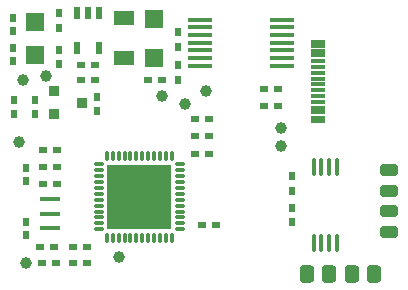
<source format=gbp>
G04*
G04 #@! TF.GenerationSoftware,Altium Limited,Altium Designer,21.2.0 (30)*
G04*
G04 Layer_Color=128*
%FSLAX24Y24*%
%MOIN*%
G70*
G04*
G04 #@! TF.SameCoordinates,7FD8D1C1-8453-446E-9C5A-4270D5F62F01*
G04*
G04*
G04 #@! TF.FilePolarity,Positive*
G04*
G01*
G75*
%ADD16R,0.0260X0.0200*%
%ADD40C,0.0394*%
%ADD50R,0.0200X0.0260*%
%ADD51O,0.0157X0.0591*%
%ADD52R,0.0250X0.0200*%
G04:AMPARAMS|DCode=53|XSize=39.4mil|YSize=60mil|CornerRadius=9.8mil|HoleSize=0mil|Usage=FLASHONLY|Rotation=90.000|XOffset=0mil|YOffset=0mil|HoleType=Round|Shape=RoundedRectangle|*
%AMROUNDEDRECTD53*
21,1,0.0394,0.0403,0,0,90.0*
21,1,0.0197,0.0600,0,0,90.0*
1,1,0.0197,0.0202,0.0098*
1,1,0.0197,0.0202,-0.0098*
1,1,0.0197,-0.0202,-0.0098*
1,1,0.0197,-0.0202,0.0098*
%
%ADD53ROUNDEDRECTD53*%
G04:AMPARAMS|DCode=54|XSize=47.2mil|YSize=59.1mil|CornerRadius=11.8mil|HoleSize=0mil|Usage=FLASHONLY|Rotation=0.000|XOffset=0mil|YOffset=0mil|HoleType=Round|Shape=RoundedRectangle|*
%AMROUNDEDRECTD54*
21,1,0.0472,0.0354,0,0,0.0*
21,1,0.0236,0.0591,0,0,0.0*
1,1,0.0236,0.0118,-0.0177*
1,1,0.0236,-0.0118,-0.0177*
1,1,0.0236,-0.0118,0.0177*
1,1,0.0236,0.0118,0.0177*
%
%ADD54ROUNDEDRECTD54*%
%ADD55R,0.0200X0.0250*%
%ADD56R,0.0650X0.0500*%
%ADD57O,0.0820X0.0143*%
%ADD58R,0.0709X0.0157*%
%ADD59R,0.0600X0.0600*%
%ADD60R,0.0374X0.0354*%
%ADD61R,0.0374X0.0354*%
%ADD62R,0.0618X0.0600*%
%ADD63R,0.0217X0.0394*%
%ADD64R,0.0500X0.0118*%
%ADD65R,0.2165X0.2165*%
%ADD66O,0.0110X0.0354*%
%ADD67O,0.0354X0.0110*%
D16*
X2790Y1250D02*
D03*
X2310D02*
D03*
X1790Y4450D02*
D03*
X1310D02*
D03*
X9150Y7050D02*
D03*
X8670D02*
D03*
X9150Y6500D02*
D03*
X8670D02*
D03*
X3040Y7850D02*
D03*
X2560D02*
D03*
D40*
X3850Y1450D02*
D03*
X5257Y6808D02*
D03*
X9250Y5150D02*
D03*
X650Y7350D02*
D03*
X1400Y7500D02*
D03*
X6050Y6550D02*
D03*
X6750Y7000D02*
D03*
X500Y5300D02*
D03*
X750Y1250D02*
D03*
X9250Y5750D02*
D03*
D50*
X9600Y3090D02*
D03*
Y2610D02*
D03*
Y4140D02*
D03*
Y3660D02*
D03*
X5800Y7360D02*
D03*
Y7840D02*
D03*
X3100Y6310D02*
D03*
Y6790D02*
D03*
X5800Y8460D02*
D03*
Y8940D02*
D03*
X1050Y6210D02*
D03*
Y6690D02*
D03*
X350Y6210D02*
D03*
Y6690D02*
D03*
X1850Y9580D02*
D03*
Y9100D02*
D03*
Y7870D02*
D03*
Y8350D02*
D03*
D51*
X11097Y1925D02*
D03*
X10841D02*
D03*
X10585D02*
D03*
X10329D02*
D03*
X11097Y4445D02*
D03*
X10841D02*
D03*
X10585D02*
D03*
X10329D02*
D03*
D52*
X7080Y2502D02*
D03*
X6620D02*
D03*
X2320Y1798D02*
D03*
X2780D02*
D03*
X6370Y4898D02*
D03*
X6830D02*
D03*
X1730Y1252D02*
D03*
X1270D02*
D03*
X6370Y5498D02*
D03*
X6830D02*
D03*
X4820Y7348D02*
D03*
X5280D02*
D03*
X1220Y1798D02*
D03*
X1680D02*
D03*
X1780Y5002D02*
D03*
X1320D02*
D03*
Y3898D02*
D03*
X1780D02*
D03*
X6370Y6048D02*
D03*
X6830D02*
D03*
X2570Y7352D02*
D03*
X3030D02*
D03*
D53*
X12850Y2300D02*
D03*
Y2983D02*
D03*
Y3667D02*
D03*
Y4350D02*
D03*
D54*
X12350Y900D02*
D03*
X10100D02*
D03*
X10850D02*
D03*
X11600D02*
D03*
D55*
X748Y2630D02*
D03*
Y2170D02*
D03*
Y4430D02*
D03*
Y3970D02*
D03*
X298Y8970D02*
D03*
Y9430D02*
D03*
X302Y8430D02*
D03*
Y7970D02*
D03*
D56*
X4000Y8075D02*
D03*
Y9425D02*
D03*
D57*
X6526Y7832D02*
D03*
Y8088D02*
D03*
Y8344D02*
D03*
Y8600D02*
D03*
Y8856D02*
D03*
Y9112D02*
D03*
Y9368D02*
D03*
X9274Y7832D02*
D03*
Y8088D02*
D03*
Y8344D02*
D03*
Y8600D02*
D03*
Y8856D02*
D03*
Y9112D02*
D03*
Y9368D02*
D03*
D58*
X1550Y2420D02*
D03*
Y2900D02*
D03*
Y3380D02*
D03*
D59*
X5000Y8100D02*
D03*
Y9400D02*
D03*
D60*
X1687Y6226D02*
D03*
X2613Y6600D02*
D03*
D61*
X1687Y6974D02*
D03*
D62*
X1050Y8200D02*
D03*
Y9300D02*
D03*
D63*
X2426Y8409D02*
D03*
X3174D02*
D03*
Y9591D02*
D03*
X2800D02*
D03*
X2426D02*
D03*
D64*
X10480Y5981D02*
D03*
Y6099D02*
D03*
Y6296D02*
D03*
Y6414D02*
D03*
Y6611D02*
D03*
Y6808D02*
D03*
Y7005D02*
D03*
X10480Y7202D02*
D03*
X10480Y7398D02*
D03*
X10480Y7595D02*
D03*
X10480Y7792D02*
D03*
Y7989D02*
D03*
X10480Y8186D02*
D03*
Y8304D02*
D03*
X10480Y8501D02*
D03*
Y8619D02*
D03*
D65*
X4517Y3458D02*
D03*
D66*
X3434Y2100D02*
D03*
X3631D02*
D03*
X3828D02*
D03*
X4025D02*
D03*
X4222D02*
D03*
X4419D02*
D03*
X4615D02*
D03*
X4812D02*
D03*
X5009D02*
D03*
X5206D02*
D03*
X5403D02*
D03*
X5600D02*
D03*
Y4816D02*
D03*
X5403D02*
D03*
X5206D02*
D03*
X5009D02*
D03*
X4812D02*
D03*
X4615D02*
D03*
X4419D02*
D03*
X4222D02*
D03*
X4025D02*
D03*
X3828D02*
D03*
X3631D02*
D03*
X3434D02*
D03*
D67*
X5875Y2375D02*
D03*
Y2572D02*
D03*
Y2769D02*
D03*
Y2966D02*
D03*
Y3163D02*
D03*
Y3360D02*
D03*
Y3556D02*
D03*
Y3753D02*
D03*
Y3950D02*
D03*
Y4147D02*
D03*
Y4344D02*
D03*
Y4541D02*
D03*
X3159D02*
D03*
Y4344D02*
D03*
Y4147D02*
D03*
Y3950D02*
D03*
Y3753D02*
D03*
Y3556D02*
D03*
Y3360D02*
D03*
Y3163D02*
D03*
Y2966D02*
D03*
Y2769D02*
D03*
Y2572D02*
D03*
Y2375D02*
D03*
M02*

</source>
